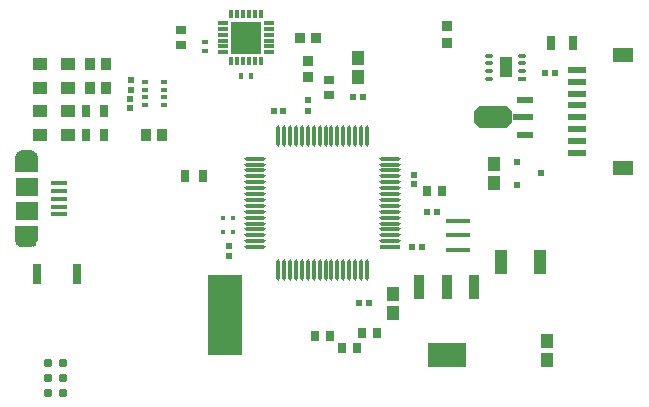
<source format=gbr>
%TF.GenerationSoftware,Altium Limited,Altium Designer,23.4.1 (23)*%
G04 Layer_Color=8421504*
%FSLAX45Y45*%
%MOMM*%
%TF.SameCoordinates,A4303C6D-D794-49A8-9BB0-83848C8DDD0F*%
%TF.FilePolarity,Positive*%
%TF.FileFunction,Paste,Top*%
%TF.Part,Single*%
G01*
G75*
%TA.AperFunction,Conductor*%
%ADD11C,0.50000*%
%TA.AperFunction,ConnectorPad*%
%ADD12R,1.35000X0.40000*%
%ADD13R,1.90000X1.50000*%
%TA.AperFunction,SMDPad,CuDef*%
%ADD14C,0.78699*%
G04:AMPARAMS|DCode=15|XSize=0.31247mm|YSize=1.78828mm|CornerRadius=0.15624mm|HoleSize=0mm|Usage=FLASHONLY|Rotation=180.000|XOffset=0mm|YOffset=0mm|HoleType=Round|Shape=RoundedRectangle|*
%AMROUNDEDRECTD15*
21,1,0.31247,1.47581,0,0,180.0*
21,1,0.00000,1.78828,0,0,180.0*
1,1,0.31247,0.00000,0.73791*
1,1,0.31247,0.00000,0.73791*
1,1,0.31247,0.00000,-0.73791*
1,1,0.31247,0.00000,-0.73791*
%
%ADD15ROUNDEDRECTD15*%
G04:AMPARAMS|DCode=16|XSize=1.78828mm|YSize=0.31247mm|CornerRadius=0.15624mm|HoleSize=0mm|Usage=FLASHONLY|Rotation=180.000|XOffset=0mm|YOffset=0mm|HoleType=Round|Shape=RoundedRectangle|*
%AMROUNDEDRECTD16*
21,1,1.78828,0.00000,0,0,180.0*
21,1,1.47581,0.31247,0,0,180.0*
1,1,0.31247,-0.73791,0.00000*
1,1,0.31247,0.73791,0.00000*
1,1,0.31247,0.73791,0.00000*
1,1,0.31247,-0.73791,0.00000*
%
%ADD16ROUNDEDRECTD16*%
%ADD17R,1.78828X0.31247*%
%ADD18R,0.57247X0.56818*%
%ADD19R,0.80000X0.95000*%
%ADD20R,1.80000X0.60000*%
G04:AMPARAMS|DCode=21|XSize=1.9mm|YSize=3.2mm|CornerRadius=0mm|HoleSize=0mm|Usage=FLASHONLY|Rotation=270.000|XOffset=0mm|YOffset=0mm|HoleType=Round|Shape=Octagon|*
%AMOCTAGOND21*
4,1,8,1.60000,0.47500,1.60000,-0.47500,1.12500,-0.95000,-1.12500,-0.95000,-1.60000,-0.47500,-1.60000,0.47500,-1.12500,0.95000,1.12500,0.95000,1.60000,0.47500,0.0*
%
%ADD21OCTAGOND21*%

%ADD22R,1.40000X0.60000*%
%ADD23R,0.80000X1.70000*%
%ADD24R,1.55000X0.60000*%
%ADD25R,1.80000X1.20000*%
%ADD27R,0.90000X2.10000*%
%ADD28R,3.20000X2.10000*%
%ADD29R,2.84000X6.80000*%
%ADD30R,1.01213X1.20840*%
%ADD31R,0.52000X0.52000*%
%ADD32R,0.52000X0.52000*%
%ADD33R,0.75000X1.00000*%
%ADD34R,1.10000X2.05000*%
%ADD35R,0.95000X0.80000*%
%ADD36R,0.85000X0.95000*%
%ADD37R,0.90000X1.05000*%
%ADD38R,0.45000X0.45000*%
%ADD39R,1.25000X1.10000*%
%ADD40R,0.50000X0.35000*%
%ADD41R,0.95000X0.85000*%
%ADD42R,0.35000X0.80000*%
%ADD43R,0.85000X0.35000*%
%ADD44R,2.60000X2.70000*%
%ADD45R,2.00000X0.40000*%
G04:AMPARAMS|DCode=46|XSize=0.73107mm|YSize=0.30247mm|CornerRadius=0.15124mm|HoleSize=0mm|Usage=FLASHONLY|Rotation=180.000|XOffset=0mm|YOffset=0mm|HoleType=Round|Shape=RoundedRectangle|*
%AMROUNDEDRECTD46*
21,1,0.73107,0.00000,0,0,180.0*
21,1,0.42859,0.30247,0,0,180.0*
1,1,0.30247,-0.21430,0.00000*
1,1,0.30247,0.21430,0.00000*
1,1,0.30247,0.21430,0.00000*
1,1,0.30247,-0.21430,0.00000*
%
%ADD46ROUNDEDRECTD46*%
%ADD48R,0.91213X0.95872*%
%ADD49R,0.70000X1.30000*%
%ADD50R,0.50000X0.40000*%
%ADD51R,0.40000X0.50000*%
%ADD52R,0.73107X0.30247*%
%TA.AperFunction,NonConductor*%
%ADD126R,0.60000X0.49997*%
%ADD127R,0.60000X0.50002*%
%ADD128R,1.00000X1.75001*%
G36*
X239400Y1824400D02*
X49400D01*
Y1954400D01*
X239400D01*
Y1824400D01*
D02*
G37*
G36*
X189403Y1774402D02*
X99400Y1774400D01*
Y1824399D01*
X189403D01*
Y1774402D01*
D02*
G37*
G36*
X189400Y2544400D02*
X99397D01*
Y2594398D01*
X189400Y2594400D01*
Y2544400D01*
D02*
G37*
G36*
X239400Y2414400D02*
X49400D01*
Y2544400D01*
X239400D01*
Y2414400D01*
D02*
G37*
D11*
X164400Y2544398D02*
G03*
X189397Y2569400I25000J2D01*
G01*
X164400Y2544404D02*
G03*
X164400Y2544400I25000J-5D01*
G01*
X165120Y1830356D02*
G03*
X164400Y1824400I24280J-5956D01*
G01*
X117519Y1807175D02*
G03*
X119410Y1809413I-18119J17225D01*
G01*
X117519Y1807175D02*
G03*
X119410Y1809413I-18119J17225D01*
G01*
X116857Y1806504D02*
G03*
X116860Y1806507I-17456J17896D01*
G01*
X116857Y1806504D02*
G03*
X116860Y1806507I-17456J17896D01*
G01*
X189395Y2569400D02*
G03*
X172653Y2562961I5J-25000D01*
G01*
X189395Y2569400D02*
G03*
X172653Y2562961I5J-25000D01*
G01*
X172653D02*
G03*
X172649Y2562958I16747J-18562D01*
G01*
X172653Y2562961D02*
G03*
X172649Y2562958I16747J-18562D01*
G01*
X172649Y2562958D02*
G03*
X164400Y2544404I16751J-18558D01*
G01*
X172649Y2562958D02*
G03*
X164400Y2544404I16751J-18558D01*
G01*
Y2544398D02*
G03*
X189396Y2569400I25000J2D01*
G01*
X116851Y1806498D02*
G03*
X116854Y1806501I-17451J17902D01*
G01*
X116851Y1806498D02*
G03*
X116854Y1806501I-17451J17902D01*
G01*
X117503Y1807158D02*
G03*
X117514Y1807170I-18103J17242D01*
G01*
X117503Y1807158D02*
G03*
X117514Y1807170I-18103J17242D01*
G01*
X116875Y1806521D02*
G03*
X117503Y1807158I-17475J17878D01*
G01*
X116875Y1806521D02*
G03*
X117503Y1807158I-17475J17878D01*
G01*
X116870Y1806516D02*
G03*
X116874Y1806520I-17470J17883D01*
G01*
X116870Y1806516D02*
G03*
X116874Y1806520I-17470J17883D01*
G01*
X116860Y1806507D02*
G03*
X116870Y1806516I-17460J17892D01*
G01*
X116860Y1806507D02*
G03*
X116870Y1806516I-17460J17892D01*
G01*
X75131Y1818398D02*
G03*
X75132Y1818393I24269J6002D01*
G01*
X75131Y1818398D02*
G03*
X75132Y1818393I24269J6002D01*
G01*
X124400Y2544399D02*
G03*
X74400Y2544400I-25000J1D01*
G01*
X90333Y2521102D02*
G03*
X110330Y2521916I9067J23298D01*
G01*
X75135Y1818382D02*
G03*
X75137Y1818377I24265J6017D01*
G01*
X75135Y1818382D02*
G03*
X75137Y1818377I24265J6017D01*
G01*
X111876Y2522735D02*
G03*
X114557Y2524519I-12476J21664D01*
G01*
X111876Y2522735D02*
G03*
X114557Y2524519I-12476J21664D01*
G01*
X110335Y2521918D02*
G03*
X111874Y2522734I-10935J22482D01*
G01*
X78099Y2531313D02*
G03*
X88341Y2521979I21301J13087D01*
G01*
X74400Y2544397D02*
G03*
X78099Y2531313I25000J3D01*
G01*
X90333Y2521102D02*
G03*
X110332Y2521917I9067J23298D01*
G01*
X110335Y2521918D02*
G03*
X111874Y2522734I-10935J22482D01*
G01*
X74400Y2544397D02*
G03*
X78099Y2531313I25000J3D01*
G01*
D02*
G03*
X88341Y2521979I21301J13087D01*
G01*
D02*
G03*
X90329Y2521103I11059J22421D01*
G01*
X88341Y2521979D02*
G03*
X90329Y2521103I11059J22421D01*
G01*
X124400Y2544353D02*
G03*
X124400Y2544397I-25000J47D01*
G01*
Y2544353D02*
G03*
X124400Y2544397I-25000J47D01*
G01*
X122312Y1834402D02*
G03*
X122309Y1834409I-22912J-10003D01*
G01*
X122312Y1834402D02*
G03*
X122309Y1834409I-22912J-10003D01*
G01*
X119426Y1809434D02*
G03*
X122313Y1834400I-20026J14966D01*
G01*
X122308Y1834411D02*
G03*
X76489Y1834403I-22908J-10011D01*
G01*
X122308Y1834411D02*
G03*
X76489Y1834403I-22908J-10011D01*
G01*
X122308Y1834411D02*
G03*
X76489Y1834403I-22908J-10011D01*
G01*
X119426Y1809434D02*
G03*
X122312Y1834401I-20026J14966D01*
G01*
X122308Y1834411D02*
G03*
X76489Y1834403I-22908J-10011D01*
G01*
X74508Y1822081D02*
G03*
X75130Y1818404I24892J2319D01*
G01*
X74508Y1822081D02*
G03*
X75130Y1818404I24892J2319D01*
G01*
X74508Y1822081D02*
G03*
X75130Y1818404I24892J2319D01*
G01*
X74508Y1822081D02*
G03*
X75130Y1818404I24892J2319D01*
G01*
X119412Y1809415D02*
G03*
X119425Y1809433I-20012J14984D01*
G01*
X119412Y1809415D02*
G03*
X119425Y1809433I-20012J14984D01*
G01*
X124400Y2544311D02*
G03*
X124400Y2544351I-25000J89D01*
G01*
X124400Y2544311D02*
G03*
X124400Y2544351I-25000J89D01*
G01*
X124400Y2544306D02*
G03*
X124400Y2544311I-25000J94D01*
G01*
Y2544306D02*
G03*
X124400Y2544311I-25000J94D01*
G01*
Y2544301D02*
G03*
X124400Y2544306I-25000J99D01*
G01*
Y2544265D02*
G03*
X124400Y2544300I-25000J135D01*
G01*
Y2544301D02*
G03*
X124400Y2544306I-25000J99D01*
G01*
Y2544265D02*
G03*
X124400Y2544300I-25000J135D01*
G01*
X124398Y2544082D02*
G03*
X124400Y2544265I-24998J318D01*
G01*
X124398Y2544082D02*
G03*
X124400Y2544265I-24998J318D01*
G01*
X124311Y2542299D02*
G03*
X124398Y2544081I-24912J2100D01*
G01*
X123819Y2539044D02*
G03*
X124311Y2542299I-24420J5356D01*
G01*
X123819Y2539044D02*
G03*
X124311Y2542299I-24420J5356D01*
G01*
X121065Y2531926D02*
G03*
X123819Y2539041I-21665J12474D01*
G01*
X121065Y2531926D02*
G03*
X123819Y2539041I-21665J12474D01*
G01*
X166488Y1834401D02*
G03*
X165120Y1830356I22912J-10001D01*
G01*
X166488Y1834401D02*
G03*
X165120Y1830356I22912J-10001D01*
G01*
X114557Y2524519D02*
G03*
X121065Y2531926I-15157J19881D01*
G01*
X114557Y2524519D02*
G03*
X121065Y2531926I-15157J19881D01*
G01*
X76488Y1834402D02*
G03*
X76221Y1833765I22912J-10002D01*
G01*
X76488Y1834402D02*
G03*
X76221Y1833765I22912J-10002D01*
G01*
X76488Y1834402D02*
G03*
X76221Y1833765I22912J-10002D01*
G01*
X76488Y1834402D02*
G03*
X76221Y1833765I22912J-10002D01*
G01*
X76219Y1833761D02*
G03*
X76218Y1833757I23181J-9362D01*
G01*
X76219Y1833761D02*
G03*
X76218Y1833757I23181J-9362D01*
G01*
X76217Y1833757D02*
G03*
X74400Y1824408I23183J-9357D01*
G01*
D02*
G03*
X74400Y1824400I25000J-8D01*
G01*
X75138Y1818372D02*
G03*
X75558Y1816878I24263J6027D01*
G01*
X76217Y1833757D02*
G03*
X74400Y1824408I23183J-9357D01*
G01*
D02*
G03*
X74400Y1824400I25000J-8D01*
G01*
X75138Y1818372D02*
G03*
X75558Y1816878I24263J6027D01*
G01*
X76113Y1815304D02*
G03*
X76488Y1814397I23287J9095D01*
G01*
X75560Y1816873D02*
G03*
X76112Y1815307I23840J7527D01*
G01*
X76113Y1815304D02*
G03*
X76488Y1814397I23287J9095D01*
G01*
X76113Y1815304D02*
G03*
X76488Y1814397I23287J9095D01*
G01*
X76113Y1815304D02*
G03*
X76488Y1814397I23287J9095D01*
G01*
X75138Y1818372D02*
G03*
X75558Y1816878I24263J6027D01*
G01*
X75138Y1818372D02*
G03*
X75558Y1816878I24263J6027D01*
G01*
X75560Y1816873D02*
G03*
X76112Y1815307I23840J7527D01*
G01*
X75560Y1816873D02*
G03*
X76112Y1815307I23840J7527D01*
G01*
X75560Y1816873D02*
G03*
X76112Y1815307I23840J7527D01*
G01*
X74438Y1823020D02*
G03*
X74439Y1823010I24962J1380D01*
G01*
D02*
G03*
X74505Y1822119I24961J1389D01*
G01*
X74438Y1823020D02*
G03*
X74439Y1823010I24962J1380D01*
G01*
D02*
G03*
X74505Y1822119I24961J1389D01*
G01*
X74505Y1822112D02*
G03*
X74507Y1822093I24895J2288D01*
G01*
X74438Y1823020D02*
G03*
X74439Y1823010I24962J1380D01*
G01*
D02*
G03*
X74505Y1822119I24961J1389D01*
G01*
X74400Y1824397D02*
G03*
X74438Y1823022I25000J2D01*
G01*
X74400Y1824397D02*
G03*
X74438Y1823022I25000J2D01*
G01*
Y1823020D02*
G03*
X74439Y1823010I24962J1380D01*
G01*
D02*
G03*
X74505Y1822119I24961J1389D01*
G01*
X74400Y1824397D02*
G03*
X74438Y1823022I25000J2D01*
G01*
X74400Y1824397D02*
G03*
X74438Y1823022I25000J2D01*
G01*
X74507Y1822092D02*
G03*
X74508Y1822082I24893J2307D01*
G01*
X74507Y1822092D02*
G03*
X74508Y1822082I24893J2307D01*
G01*
X74505Y1822112D02*
G03*
X74507Y1822093I24895J2288D01*
G01*
X74505Y1822112D02*
G03*
X74507Y1822093I24895J2288D01*
G01*
Y1822092D02*
G03*
X74508Y1822082I24893J2307D01*
G01*
X74505Y1822112D02*
G03*
X74507Y1822093I24895J2288D01*
G01*
Y1822092D02*
G03*
X74508Y1822082I24893J2307D01*
G01*
X99399Y1799400D02*
G03*
X116851Y1806498I1J25000D01*
G01*
X99399Y1799400D02*
G03*
X116851Y1806498I1J25000D01*
G01*
X99399Y1799400D02*
G03*
X116851Y1806498I1J25000D01*
G01*
X99399Y1799400D02*
G03*
X116851Y1806498I1J25000D01*
G01*
X76488Y1814397D02*
G03*
X90305Y1801113I22912J10002D01*
G01*
X76488Y1814397D02*
G03*
X90305Y1801113I22912J10002D01*
G01*
X90310Y1801111D02*
G03*
X91687Y1800619I9090J23289D01*
G01*
X90310Y1801111D02*
G03*
X91687Y1800619I9090J23289D01*
G01*
X76488Y1814397D02*
G03*
X90305Y1801113I22912J10002D01*
G01*
X76488Y1814397D02*
G03*
X90305Y1801113I22912J10002D01*
G01*
X97121Y1799504D02*
G03*
X99399Y1799400I2279J24896D01*
G01*
X97121Y1799504D02*
G03*
X99399Y1799400I2279J24896D01*
G01*
X97121Y1799504D02*
G03*
X99399Y1799400I2279J24896D01*
G01*
X97121Y1799504D02*
G03*
X99399Y1799400I2279J24896D01*
G01*
X91688Y1800619D02*
G03*
X97113Y1799505I7712J23781D01*
G01*
X91688Y1800619D02*
G03*
X97113Y1799505I7712J23781D01*
G01*
X91688Y1800619D02*
G03*
X97113Y1799505I7712J23781D01*
G01*
X91688Y1800619D02*
G03*
X97113Y1799505I7712J23781D01*
G01*
X90310Y1801111D02*
G03*
X91687Y1800619I9090J23289D01*
G01*
X90310Y1801111D02*
G03*
X91687Y1800619I9090J23289D01*
G01*
X164400Y1824399D02*
G03*
X202160Y1802901I25000J0D01*
G01*
D02*
G03*
X212313Y1834401I-12760J21498D01*
G01*
X164400Y1824399D02*
G03*
X202160Y1802901I25000J0D01*
G01*
D02*
G03*
X212313Y1834401I-12760J21498D01*
G01*
D02*
G03*
X202160Y1845898I-22912J-10001D01*
G01*
D02*
G03*
X166488Y1834401I-12760J-21498D01*
G01*
X212313D02*
G03*
X202160Y1845898I-22912J-10001D01*
G01*
D02*
G03*
X166488Y1834401I-12760J-21498D01*
G01*
D12*
X414401Y2314398D02*
D03*
Y2249394D02*
D03*
Y2184396D02*
D03*
Y2119397D02*
D03*
Y2054398D02*
D03*
D13*
X144399Y2284395D02*
D03*
Y2084396D02*
D03*
D14*
X452120Y543560D02*
D03*
X325120D02*
D03*
X452120Y670560D02*
D03*
X325120D02*
D03*
X452120Y797560D02*
D03*
X325120D02*
D03*
D15*
X2925001Y1580875D02*
D03*
X2874994D02*
D03*
X2825001D02*
D03*
X2774999D02*
D03*
X2725002D02*
D03*
X2674999D02*
D03*
X2625002D02*
D03*
X2574999D02*
D03*
X2525002D02*
D03*
X2475000D02*
D03*
X2425002D02*
D03*
X2374995D02*
D03*
X2325002D02*
D03*
X2275000D02*
D03*
X2375000Y2719121D02*
D03*
X2425002D02*
D03*
X2475000D02*
D03*
X2525002D02*
D03*
X2574999Y2719115D02*
D03*
X2625002Y2719121D02*
D03*
X2674999D02*
D03*
X2725002D02*
D03*
X2774999Y2719115D02*
D03*
X2825001D02*
D03*
X3025001Y2719121D02*
D03*
X2275000Y2719115D02*
D03*
X3025001Y1580875D02*
D03*
X2874999Y2719121D02*
D03*
X2925001D02*
D03*
X2974999Y1580875D02*
D03*
X2325002Y2719115D02*
D03*
X2974999Y2719121D02*
D03*
D16*
X2080878Y1874992D02*
D03*
Y1924995D02*
D03*
Y1974997D02*
D03*
Y2025000D02*
D03*
Y2074997D02*
D03*
Y2124999D02*
D03*
Y2174997D02*
D03*
Y2224999D02*
D03*
Y2274996D02*
D03*
Y2324999D02*
D03*
Y2374996D02*
D03*
Y2424999D02*
D03*
Y2474996D02*
D03*
Y2524999D02*
D03*
X3219123D02*
D03*
Y2474996D02*
D03*
Y2424999D02*
D03*
Y2374996D02*
D03*
Y2274991D02*
D03*
Y2224999D02*
D03*
Y2174997D02*
D03*
Y2124999D02*
D03*
X3219118Y2074997D02*
D03*
X3219123Y2025000D02*
D03*
Y1974997D02*
D03*
Y1924995D02*
D03*
Y1874997D02*
D03*
Y1824995D02*
D03*
X2080878Y1774997D02*
D03*
Y1824995D02*
D03*
X3219123Y2324994D02*
D03*
D17*
Y1774992D02*
D03*
D18*
X2525002Y2929783D02*
D03*
Y3020217D02*
D03*
D19*
X3665005Y2249998D02*
D03*
X3535003D02*
D03*
X2937500Y925000D02*
D03*
X2812497D02*
D03*
X2585002Y1024996D02*
D03*
X3112504Y1050000D02*
D03*
X2987506D02*
D03*
X2715004Y1024996D02*
D03*
D20*
X4344993Y2875005D02*
D03*
D21*
X4094996D02*
D03*
D22*
X4364993Y3025008D02*
D03*
Y2725008D02*
D03*
D23*
X569999Y1550000D02*
D03*
X229994D02*
D03*
D24*
X4805002Y3275000D02*
D03*
Y3175000D02*
D03*
Y2575001D02*
D03*
Y2675001D02*
D03*
Y2775001D02*
D03*
Y2875000D02*
D03*
Y2975000D02*
D03*
Y3075000D02*
D03*
D25*
X5192499Y2444999D02*
D03*
Y3405002D02*
D03*
D27*
X3930003Y1434998D02*
D03*
X3700001D02*
D03*
X3470004D02*
D03*
D28*
X3700001Y864997D02*
D03*
D29*
X1824998Y1200002D02*
D03*
D30*
X4550002Y980186D02*
D03*
Y819815D02*
D03*
X3250004Y1380185D02*
D03*
Y1219809D02*
D03*
X2950000Y3380186D02*
D03*
X4100000Y2319807D02*
D03*
X2950000Y3219810D02*
D03*
X4100000Y2480183D02*
D03*
D31*
X3424997Y2310001D02*
D03*
Y2390001D02*
D03*
X1018503Y3031490D02*
D03*
Y2951490D02*
D03*
X1859245Y1784266D02*
D03*
X1025000Y3109996D02*
D03*
X1859245Y1704266D02*
D03*
X1025000Y3189996D02*
D03*
D32*
X3489999Y1774998D02*
D03*
X3410000D02*
D03*
X4535001Y3249996D02*
D03*
X4615000D02*
D03*
X3615001Y2074992D02*
D03*
X2990000Y3049996D02*
D03*
X2315010Y2924997D02*
D03*
X2959997Y1299997D02*
D03*
X2235010Y2924997D02*
D03*
X2910000Y3049996D02*
D03*
X3039997Y1299997D02*
D03*
X3535001Y2074992D02*
D03*
D33*
X650005Y2924998D02*
D03*
X800002D02*
D03*
X1485908Y2374986D02*
D03*
X1635906D02*
D03*
X649999Y2724998D02*
D03*
X800002D02*
D03*
D34*
X4160000Y1649999D02*
D03*
X4490002D02*
D03*
D35*
X2699998Y3059999D02*
D03*
Y3190001D02*
D03*
X1450003Y3614999D02*
D03*
Y3485002D02*
D03*
D36*
X2592500Y3549995D02*
D03*
X2457499D02*
D03*
D37*
X682501Y3324997D02*
D03*
X817502D02*
D03*
X1157502Y2724998D02*
D03*
X1292503D02*
D03*
X682501Y3124997D02*
D03*
X817497D02*
D03*
D38*
X1810002Y1900001D02*
D03*
X1890002D02*
D03*
X1810002Y2025000D02*
D03*
X1890002D02*
D03*
D39*
X492499Y3124997D02*
D03*
X257498D02*
D03*
Y2724998D02*
D03*
Y3325002D02*
D03*
Y2924998D02*
D03*
X492499Y2724998D02*
D03*
Y2924998D02*
D03*
Y3325002D02*
D03*
D40*
X1305005Y3172500D02*
D03*
Y3107502D02*
D03*
Y3042503D02*
D03*
Y2977505D02*
D03*
X1145000D02*
D03*
Y3042503D02*
D03*
Y3107502D02*
D03*
Y3172500D02*
D03*
D41*
X2525002Y3215000D02*
D03*
Y3350001D02*
D03*
D42*
X2124998Y3750000D02*
D03*
X2075000D02*
D03*
X2024998D02*
D03*
X1974996D02*
D03*
X1924998D02*
D03*
X1874996D02*
D03*
Y3350001D02*
D03*
X1924998D02*
D03*
X1974996D02*
D03*
X2024998D02*
D03*
X2075000D02*
D03*
X2124998D02*
D03*
D43*
X1802499Y3674999D02*
D03*
Y3625001D02*
D03*
Y3574999D02*
D03*
Y3525002D02*
D03*
Y3474999D02*
D03*
Y3424997D02*
D03*
X2197500D02*
D03*
Y3474999D02*
D03*
Y3525002D02*
D03*
Y3574999D02*
D03*
Y3625001D02*
D03*
Y3674999D02*
D03*
D44*
X1999999Y3550000D02*
D03*
D45*
X3800001Y1874997D02*
D03*
Y1754998D02*
D03*
Y1994997D02*
D03*
D46*
X4060950Y3332505D02*
D03*
X4339055Y3397504D02*
D03*
X4060950Y3202503D02*
D03*
Y3267501D02*
D03*
Y3397504D02*
D03*
X4339055Y3332505D02*
D03*
Y3267501D02*
D03*
D48*
X3700001Y3502330D02*
D03*
Y3647673D02*
D03*
D49*
X4770001Y3499998D02*
D03*
X4579999D02*
D03*
D50*
X1649997Y3514999D02*
D03*
Y3434999D02*
D03*
D51*
X1960004Y3225002D02*
D03*
X2040004D02*
D03*
D52*
X4339055Y3202503D02*
D03*
D126*
X4500002Y2400000D02*
D03*
X4300002Y2495001D02*
D03*
D127*
Y2305001D02*
D03*
D128*
X4199987Y3300006D02*
D03*
%TF.MD5,6b9ea5ea7e21567a907895e336e86bd3*%
M02*

</source>
